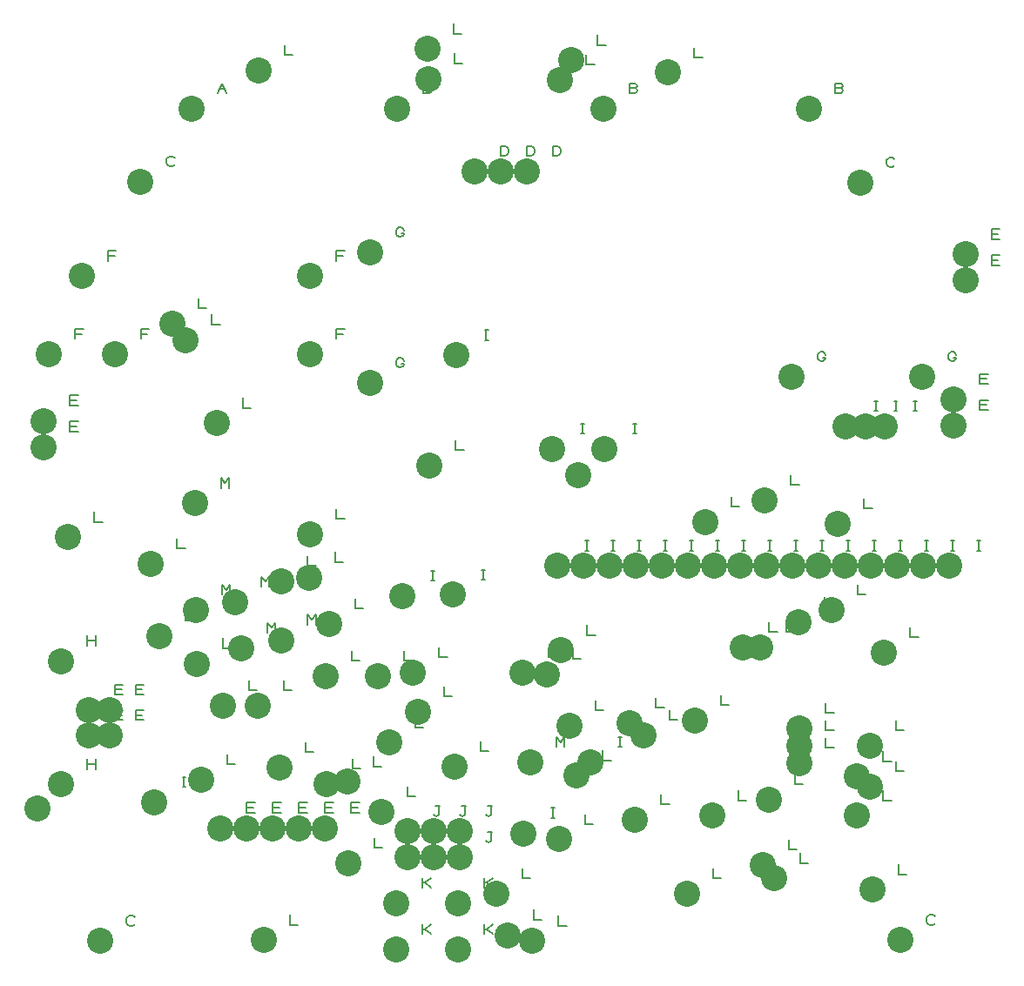
<source format=gbr>
%FSLAX23Y23*%
%MOIN*%
G04 EasyPC Gerber Version 16.0.6 Build 3249 *
%ADD10C,0.00500*%
%ADD137C,0.10000*%
X0Y0D02*
D02*
D10*
X309Y1143D02*
X321D01*
X315D02*
Y1181D01*
X309D02*
X321D01*
X323Y2529D02*
Y2566D01*
X354*
X348Y2548D02*
X323D01*
Y2529D02*
X354D01*
X323Y2629D02*
Y2666D01*
X354*
X348Y2648D02*
X323D01*
Y2629D02*
X354D01*
X343Y2883D02*
Y2921D01*
X374*
X368Y2902D02*
X343D01*
X390Y1235D02*
Y1273D01*
Y1254D02*
X422D01*
Y1235D02*
Y1273D01*
X390Y1708D02*
Y1746D01*
Y1727D02*
X422D01*
Y1708D02*
Y1746D01*
X417Y2220D02*
Y2182D01*
X449*
X469Y3182D02*
Y3220D01*
X500*
X494Y3201D02*
X469D01*
X496Y1423D02*
Y1460D01*
X527*
X521Y1441D02*
X496D01*
Y1423D02*
X527D01*
X496Y1521D02*
Y1558D01*
X527*
X521Y1540D02*
X496D01*
Y1521D02*
X527D01*
X571Y641D02*
X568Y638D01*
X561Y635*
X552*
X546Y638*
X543Y641*
X540Y648*
Y660*
X543Y666*
X546Y670*
X552Y673*
X561*
X568Y670*
X571Y666*
X575Y1423D02*
Y1460D01*
X606*
X600Y1441D02*
X575D01*
Y1423D02*
X606D01*
X575Y1521D02*
Y1558D01*
X606*
X600Y1540D02*
X575D01*
Y1521D02*
X606D01*
X595Y2883D02*
Y2921D01*
X626*
X620Y2902D02*
X595D01*
X724Y3551D02*
X721Y3548D01*
X715Y3545*
X706*
X699Y3548*
X696Y3551*
X693Y3557*
Y3570*
X696Y3576*
X699Y3579*
X706Y3582*
X715*
X721Y3579*
X724Y3576*
X732Y2118D02*
Y2080D01*
X764*
X754Y1167D02*
X766D01*
X760D02*
Y1204D01*
X754D02*
X766D01*
X764Y1842D02*
Y1804D01*
X795*
X815Y3039D02*
Y3001D01*
X846*
X866Y2976D02*
Y2938D01*
X898*
X890Y3824D02*
X906Y3862D01*
X921Y3824*
X896Y3840D02*
X915D01*
X902Y2312D02*
Y2350D01*
X917Y2331*
X933Y2350*
Y2312*
X906Y1903D02*
Y1940D01*
X921Y1922*
X937Y1940*
Y1903*
X910Y1736D02*
Y1698D01*
X941*
X925Y1291D02*
Y1253D01*
X957*
X984Y2657D02*
Y2619D01*
X1016*
X1000Y1068D02*
Y1106D01*
X1031*
X1025Y1087D02*
X1000D01*
Y1068D02*
X1031D01*
X1008Y1574D02*
Y1537D01*
X1039*
X1055Y1934D02*
Y1972D01*
X1071Y1953*
X1087Y1972*
Y1934*
X1079Y1757D02*
Y1795D01*
X1095Y1776*
X1110Y1795*
Y1757*
X1100Y1068D02*
Y1106D01*
X1131*
X1125Y1087D02*
X1100D01*
Y1068D02*
X1131D01*
X1142Y1574D02*
Y1537D01*
X1173*
X1146Y4007D02*
Y3970D01*
X1177*
X1165Y677D02*
Y639D01*
X1197*
X1200Y1068D02*
Y1106D01*
X1231*
X1225Y1087D02*
X1200D01*
Y1068D02*
X1231D01*
X1225Y1338D02*
Y1301D01*
X1256*
X1232Y1789D02*
Y1826D01*
X1248Y1807*
X1264Y1826*
Y1789*
X1232Y2051D02*
Y2013D01*
X1264*
X1300Y1068D02*
Y1106D01*
X1331*
X1325Y1087D02*
X1300D01*
Y1068D02*
X1331D01*
X1339Y2066D02*
Y2029D01*
X1370*
X1343Y2232D02*
Y2194D01*
X1374*
X1343Y2883D02*
Y2921D01*
X1374*
X1368Y2902D02*
X1343D01*
Y3182D02*
Y3220D01*
X1374*
X1368Y3201D02*
X1343D01*
X1400Y1068D02*
Y1106D01*
X1431*
X1425Y1087D02*
X1400D01*
Y1068D02*
X1431D01*
X1402Y1688D02*
Y1651D01*
X1433*
X1406Y1275D02*
Y1238D01*
X1437*
X1414Y1889D02*
Y1852D01*
X1445*
X1484Y1283D02*
Y1245D01*
X1516*
X1488Y972D02*
Y934D01*
X1520*
X1593Y2789D02*
X1602D01*
Y2785*
X1599Y2779*
X1596Y2776*
X1590Y2773*
X1584*
X1577Y2776*
X1574Y2779*
X1571Y2785*
Y2798*
X1574Y2804*
X1577Y2807*
X1584Y2810*
X1590*
X1596Y2807*
X1599Y2804*
X1602Y2798*
X1593Y3289D02*
X1602D01*
Y3285*
X1599Y3279*
X1596Y3276*
X1590Y3273*
X1584*
X1577Y3276*
X1574Y3279*
X1571Y3285*
Y3298*
X1574Y3304*
X1577Y3307*
X1584Y3310*
X1590*
X1596Y3307*
X1599Y3304*
X1602Y3298*
X1603Y1688D02*
Y1651D01*
X1634*
X1614Y1169D02*
Y1131D01*
X1646*
X1646Y1432D02*
Y1395D01*
X1677*
X1673Y604D02*
Y641D01*
Y622D02*
X1683D01*
X1705Y641*
X1683Y622D02*
X1705Y604D01*
X1673Y781D02*
Y818D01*
Y800D02*
X1683D01*
X1705Y818*
X1683Y800D02*
X1705Y781D01*
X1699Y3843D02*
X1705Y3840D01*
X1709Y3834*
X1705Y3827*
X1699Y3824*
X1677*
Y3862*
X1699*
X1705Y3859*
X1709Y3852*
X1705Y3846*
X1699Y3843*
X1677*
X1706Y1958D02*
X1719D01*
X1713D02*
Y1995D01*
X1706D02*
X1719D01*
X1715Y962D02*
X1719Y959D01*
X1725Y955*
X1731Y959*
X1734Y962*
Y993*
X1740*
X1734D02*
X1722D01*
X1715Y1062D02*
X1719Y1059D01*
X1725Y1055*
X1731Y1059*
X1734Y1062*
Y1093*
X1740*
X1734D02*
X1722D01*
X1736Y1700D02*
Y1663D01*
X1768*
X1756Y1551D02*
Y1513D01*
X1787*
X1791Y4090D02*
Y4052D01*
X1823*
X1795Y3976D02*
Y3938D01*
X1827*
X1799Y2495D02*
Y2458D01*
X1831*
X1815Y962D02*
X1819Y959D01*
X1825Y955*
X1831Y959*
X1834Y962*
Y993*
X1840*
X1834D02*
X1822D01*
X1815Y1062D02*
X1819Y1059D01*
X1825Y1055*
X1831Y1059*
X1834Y1062*
Y1093*
X1840*
X1834D02*
X1822D01*
X1899Y1962D02*
X1912D01*
X1906D02*
Y1999D01*
X1899D02*
X1912D01*
X1894Y1342D02*
Y1304D01*
X1925*
X1911Y2879D02*
X1924D01*
X1917D02*
Y2917D01*
X1911D02*
X1924D01*
X1910Y604D02*
Y641D01*
Y622D02*
X1919D01*
X1941Y641*
X1919Y622D02*
X1941Y604D01*
X1910Y781D02*
Y818D01*
Y800D02*
X1919D01*
X1941Y818*
X1919Y800D02*
X1941Y781D01*
X1915Y962D02*
X1919Y959D01*
X1925Y955*
X1931Y959*
X1934Y962*
Y993*
X1940*
X1934D02*
X1922D01*
X1915Y1062D02*
X1919Y1059D01*
X1925Y1055*
X1931Y1059*
X1934Y1062*
Y1093*
X1940*
X1934D02*
X1922D01*
X1971Y3584D02*
Y3621D01*
X1990*
X1996Y3618*
X1999Y3615*
X2002Y3609*
Y3596*
X1999Y3590*
X1996Y3587*
X1990Y3584*
X1971*
X2055Y854D02*
Y816D01*
X2087*
X2071Y3584D02*
Y3621D01*
X2090*
X2096Y3618*
X2099Y3615*
X2102Y3609*
Y3596*
X2099Y3590*
X2096Y3587*
X2090Y3584*
X2071*
X2099Y696D02*
Y659D01*
X2130*
X2154Y1700D02*
Y1663D01*
X2185*
X2167Y1049D02*
X2179D01*
X2173D02*
Y1086D01*
X2167D02*
X2179D01*
X2171Y3584D02*
Y3621D01*
X2190*
X2196Y3618*
X2199Y3615*
X2202Y3609*
Y3596*
X2199Y3590*
X2196Y3587*
X2190Y3584*
X2171*
X2185Y1320D02*
Y1358D01*
X2201Y1339*
X2216Y1358*
Y1320*
X2193Y673D02*
Y635D01*
X2224*
X2248Y1696D02*
Y1659D01*
X2279*
X2278Y2521D02*
X2291D01*
X2284D02*
Y2558D01*
X2278D02*
X2291D01*
X2297Y2072D02*
X2309D01*
X2303D02*
Y2110D01*
X2297D02*
X2309D01*
X2295Y1062D02*
Y1025D01*
X2327*
X2299Y3972D02*
Y3934D01*
X2331*
X2303Y1787D02*
Y1749D01*
X2335*
X2334Y1498D02*
Y1461D01*
X2365*
X2343Y4047D02*
Y4009D01*
X2374*
X2362Y1307D02*
Y1269D01*
X2394*
X2378Y2421D02*
X2391D01*
X2384D02*
Y2458D01*
X2378D02*
X2391D01*
X2397Y2072D02*
X2409D01*
X2403D02*
Y2110D01*
X2397D02*
X2409D01*
X2423Y1320D02*
X2435D01*
X2429D02*
Y1358D01*
X2423D02*
X2435D01*
X2487Y3843D02*
X2493Y3840D01*
X2496Y3834*
X2493Y3827*
X2487Y3824*
X2465*
Y3862*
X2487*
X2493Y3859*
X2496Y3852*
X2493Y3846*
X2487Y3843*
X2465*
X2478Y2521D02*
X2491D01*
X2484D02*
Y2558D01*
X2478D02*
X2491D01*
X2497Y2072D02*
X2509D01*
X2503D02*
Y2110D01*
X2497D02*
X2509D01*
X2567Y1507D02*
Y1470D01*
X2598*
X2587Y1137D02*
Y1100D01*
X2618*
X2597Y2072D02*
X2609D01*
X2603D02*
Y2110D01*
X2597D02*
X2609D01*
X2618Y1460D02*
Y1423D01*
X2650*
X2697Y2072D02*
X2709D01*
X2703D02*
Y2110D01*
X2697D02*
X2709D01*
X2713Y3999D02*
Y3962D01*
X2744*
X2784Y854D02*
Y816D01*
X2815*
X2797Y2072D02*
X2809D01*
X2803D02*
Y2110D01*
X2797D02*
X2809D01*
X2815Y1519D02*
Y1482D01*
X2846*
X2854Y2279D02*
Y2241D01*
X2886*
X2882Y1153D02*
Y1115D01*
X2913*
X2897Y2072D02*
X2909D01*
X2903D02*
Y2110D01*
X2897D02*
X2909D01*
X2997Y2072D02*
X3009D01*
X3003D02*
Y2110D01*
X2997D02*
X3009D01*
X3000Y1799D02*
Y1761D01*
X3031*
X3067Y1799D02*
Y1761D01*
X3098*
X3075Y964D02*
Y926D01*
X3106*
X3083Y2362D02*
Y2324D01*
X3114*
X3097Y2072D02*
X3109D01*
X3103D02*
Y2110D01*
X3097D02*
X3109D01*
X3099Y1216D02*
Y1178D01*
X3130*
X3118Y913D02*
Y875D01*
X3150*
X3207Y2812D02*
X3216D01*
Y2809*
X3213Y2803*
X3210Y2800*
X3204Y2797*
X3198*
X3191Y2800*
X3188Y2803*
X3185Y2809*
Y2822*
X3188Y2828*
X3191Y2831*
X3198Y2834*
X3204*
X3210Y2831*
X3213Y2828*
X3216Y2822*
X3197Y2072D02*
X3209D01*
X3203D02*
Y2110D01*
X3197D02*
X3209D01*
X3213Y1893D02*
Y1856D01*
X3244*
X3217Y1354D02*
Y1316D01*
X3248*
X3217Y1421D02*
Y1383D01*
X3248*
X3217Y1488D02*
Y1450D01*
X3248*
X3274Y3843D02*
X3280Y3840D01*
X3283Y3834*
X3280Y3827*
X3274Y3824*
X3252*
Y3862*
X3274*
X3280Y3859*
X3283Y3852*
X3280Y3846*
X3274Y3843*
X3252*
X3297Y2072D02*
X3309D01*
X3303D02*
Y2110D01*
X3297D02*
X3309D01*
X3339Y1940D02*
Y1903D01*
X3370*
X3362Y2271D02*
Y2234D01*
X3394*
X3397Y2072D02*
X3409D01*
X3403D02*
Y2110D01*
X3397D02*
X3409D01*
X3403Y2608D02*
X3415D01*
X3409D02*
Y2645D01*
X3403D02*
X3415D01*
X3437Y1153D02*
Y1115D01*
X3468*
X3437Y1303D02*
Y1265D01*
X3468*
X3480Y3547D02*
X3477Y3544D01*
X3471Y3541*
X3461*
X3455Y3544*
X3452Y3547*
X3449Y3553*
Y3566*
X3452Y3572*
X3455Y3575*
X3461Y3578*
X3471*
X3477Y3575*
X3480Y3572*
X3478Y2608D02*
X3490D01*
X3484D02*
Y2645D01*
X3478D02*
X3490D01*
X3484Y1263D02*
Y1226D01*
X3516*
X3484Y1421D02*
Y1383D01*
X3516*
X3497Y2072D02*
X3509D01*
X3503D02*
Y2110D01*
X3497D02*
X3509D01*
X3496Y870D02*
Y832D01*
X3527*
X3540Y1779D02*
Y1741D01*
X3571*
X3553Y2608D02*
X3565D01*
X3559D02*
Y2645D01*
X3553D02*
X3565D01*
X3597Y2072D02*
X3609D01*
X3603D02*
Y2110D01*
X3597D02*
X3609D01*
X3634Y645D02*
X3631Y642D01*
X3624Y639*
X3615*
X3609Y642*
X3606Y645*
X3603Y652*
Y664*
X3606Y670*
X3609Y673*
X3615Y677*
X3624*
X3631Y673*
X3634Y670*
X3707Y2812D02*
X3716D01*
Y2809*
X3713Y2803*
X3710Y2800*
X3704Y2797*
X3698*
X3691Y2800*
X3688Y2803*
X3685Y2809*
Y2822*
X3688Y2828*
X3691Y2831*
X3698Y2834*
X3704*
X3710Y2831*
X3713Y2828*
X3716Y2822*
X3697Y2072D02*
X3709D01*
X3703D02*
Y2110D01*
X3697D02*
X3709D01*
X3797Y2072D02*
X3809D01*
X3803D02*
Y2110D01*
X3797D02*
X3809D01*
X3807Y2612D02*
Y2649D01*
X3838*
X3832Y2630D02*
X3807D01*
Y2612D02*
X3838D01*
X3807Y2712D02*
Y2749D01*
X3838*
X3832Y2730D02*
X3807D01*
Y2712D02*
X3838D01*
X3851Y3165D02*
Y3203D01*
X3882*
X3876Y3184D02*
X3851D01*
Y3165D02*
X3882D01*
X3851Y3265D02*
Y3303D01*
X3882*
X3876Y3284D02*
X3851D01*
Y3265D02*
X3882D01*
D02*
D137*
X199Y1084D03*
X223Y2469D03*
Y2569D03*
X243Y2824D03*
X290Y1176D03*
Y1649D03*
X317Y2123D03*
X369Y3123D03*
X396Y1363D03*
Y1462D03*
X440Y576D03*
X475Y1363D03*
Y1462D03*
X495Y2824D03*
X593Y3485D03*
X632Y2021D03*
X644Y1107D03*
X664Y1745D03*
X715Y2942D03*
X766Y2879D03*
X790Y3765D03*
X802Y2253D03*
X806Y1843D03*
X810Y1639D03*
X825Y1194D03*
X884Y2560D03*
X900Y1009D03*
X908Y1477D03*
X955Y1875D03*
X979Y1698D03*
X1000Y1009D03*
X1042Y1477D03*
X1046Y3910D03*
X1065Y580D03*
X1100Y1009D03*
X1125Y1241D03*
X1132Y1729D03*
Y1954D03*
X1200Y1009D03*
X1239Y1969D03*
X1243Y2135D03*
Y2824D03*
Y3123D03*
X1300Y1009D03*
X1302Y1592D03*
X1306Y1178D03*
X1314Y1792D03*
X1384Y1186D03*
X1388Y875D03*
X1471Y2714D03*
Y3214D03*
X1503Y1592D03*
X1514Y1072D03*
X1546Y1336D03*
X1573Y544D03*
Y721D03*
X1577Y3765D03*
X1597Y1899D03*
X1615Y896D03*
Y996D03*
X1636Y1603D03*
X1656Y1454D03*
X1691Y3993D03*
X1695Y3879D03*
X1699Y2399D03*
X1715Y896D03*
Y996D03*
X1790Y1903D03*
X1794Y1245D03*
X1802Y2820D03*
X1810Y544D03*
Y721D03*
X1815Y896D03*
Y996D03*
X1871Y3525D03*
X1955Y757D03*
X1971Y3525D03*
X1999Y599D03*
X2054Y1603D03*
X2058Y989D03*
X2071Y3525D03*
X2085Y1261D03*
X2093Y576D03*
X2148Y1599D03*
X2169Y2462D03*
X2188Y2013D03*
X2195Y966D03*
X2199Y3875D03*
X2203Y1690D03*
X2234Y1401D03*
X2243Y3950D03*
X2262Y1210D03*
X2269Y2362D03*
X2288Y2013D03*
X2314Y1261D03*
X2365Y3765D03*
X2369Y2462D03*
X2388Y2013D03*
X2467Y1410D03*
X2487Y1040D03*
X2488Y2013D03*
X2518Y1363D03*
X2588Y2013D03*
X2613Y3903D03*
X2684Y757D03*
X2688Y2013D03*
X2715Y1422D03*
X2754Y2182D03*
X2782Y1056D03*
X2788Y2013D03*
X2888D03*
X2900Y1702D03*
X2967D03*
X2975Y867D03*
X2983Y2265D03*
X2988Y2013D03*
X2999Y1119D03*
X3018Y816D03*
X3085Y2737D03*
X3088Y2013D03*
X3113Y1796D03*
X3117Y1257D03*
Y1324D03*
Y1391D03*
X3152Y3765D03*
X3188Y2013D03*
X3239Y1843D03*
X3262Y2174D03*
X3288Y2013D03*
X3293Y2548D03*
X3337Y1056D03*
Y1206D03*
X3349Y3481D03*
X3368Y2548D03*
X3384Y1166D03*
Y1324D03*
X3388Y2013D03*
X3396Y773D03*
X3440Y1682D03*
X3443Y2548D03*
X3488Y2013D03*
X3503Y580D03*
X3585Y2737D03*
X3588Y2013D03*
X3688D03*
X3707Y2552D03*
Y2652D03*
X3751Y3106D03*
Y3206D03*
X0Y0D02*
M02*

</source>
